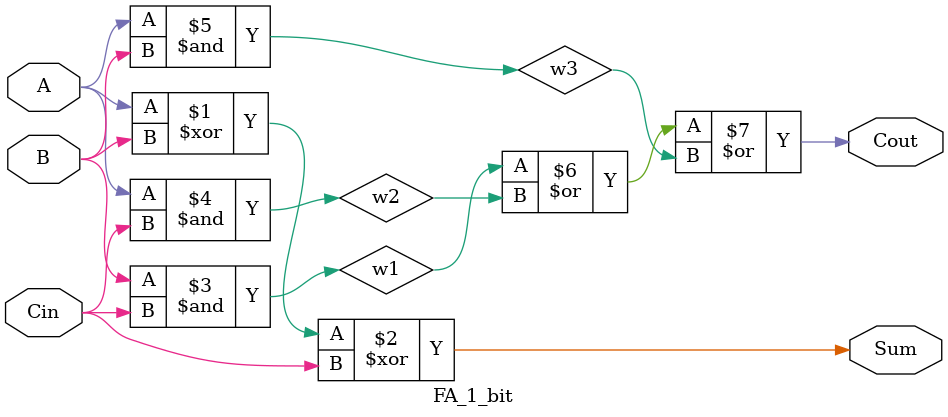
<source format=v>
`timescale 1ns / 1ps


module FA_1_bit(
    input A,
    input B,
    input Cin,
    output Sum,
    output Cout
    );
    
    //Wires are coming from the truthtable where Cout is 1. Places where it will produce a carry 
    wire w1, w2, w3;
    
    xor(Sum, A, B, Cin);
    
    and(w1, B, Cin);
    and(w2, A, Cin);
    and(w3, A, B); 
    or(Cout, w1,w2,w3);
endmodule

</source>
